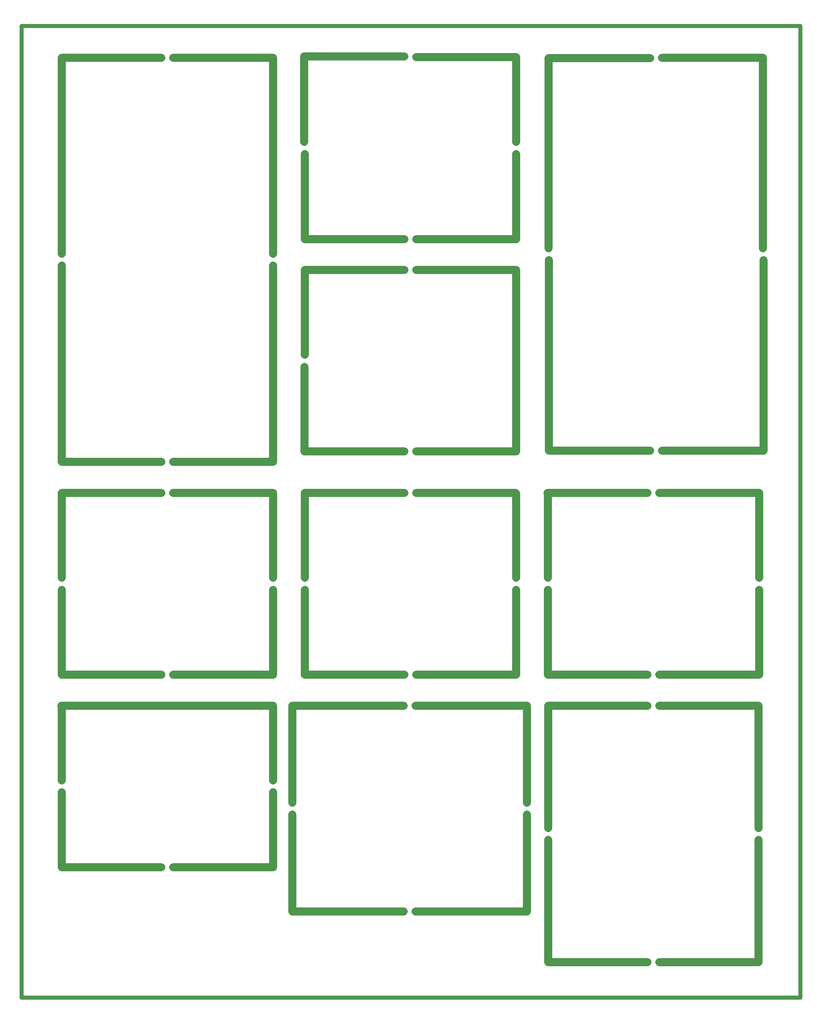
<source format=gko>
%FSLAX44Y44*%
%MOMM*%
G71*
G01*
G75*
G04 Layer_Color=16711935*
%ADD10O,0.6101X2.0320*%
%ADD11O,0.6096X2.0320*%
%ADD12O,0.3000X0.9901*%
%ADD13R,0.3000X0.9901*%
%ADD14C,0.3000*%
%ADD15C,0.5999*%
%ADD16R,0.5100X2.0201*%
%ADD17R,1.4501X1.2499*%
%ADD18R,1.2499X1.4501*%
%ADD19R,3.0000X2.8001*%
%ADD20C,1.5001*%
%ADD21C,0.5001*%
%ADD22C,0.3000*%
%ADD23C,0.5999*%
%ADD24C,0.3010*%
%ADD25C,0.4001*%
%ADD26C,0.3099*%
%ADD27C,0.1501*%
%ADD28C,1.0000*%
%ADD29C,0.3500*%
%ADD30C,0.1999*%
%ADD31C,0.7000*%
%ADD32C,1.0000*%
%ADD33O,1.5001X2.0000*%
%ADD34C,0.6000*%
%ADD35C,0.0201*%
%ADD36C,0.2540*%
%ADD37C,0.1270*%
%ADD38C,0.0000*%
%ADD39O,0.8133X2.2352*%
%ADD40O,0.8128X2.2352*%
%ADD41O,0.5032X1.1933*%
%ADD42R,0.5032X1.1933*%
%ADD43C,0.5032*%
%ADD44C,0.8032*%
%ADD45R,0.7099X2.2200*%
%ADD46R,1.6500X1.4498*%
%ADD47R,1.4501X1.6502*%
%ADD48R,3.1999X3.0000*%
%ADD49C,2.5001*%
%ADD50C,1.1999*%
%ADD51C,1.2032*%
%ADD52C,0.5499*%
%ADD53O,1.7033X2.2032*%
%ADD54O,1.7033X2.2032*%
%ADD55C,0.2001*%
%ADD56C,0.2032*%
%ADD57C,1.7272*%
%ADD58C,1.0000*%
%ADD59C,2.0000*%
G54D58*
X1079271Y10058351D02*
X1079271Y12492942D01*
X1079271Y10058351D02*
X3032531Y10058351D01*
X1079271Y12492942D02*
X3032531Y12492942D01*
X3032531Y10058351D02*
X3032531Y12492942D01*
G54D59*
X1179787Y12413866D02*
X1429791Y12413866D01*
X1179787Y11922688D02*
X1179787Y12413866D01*
X1179787Y11401488D02*
X1179787Y11892690D01*
X1180871Y11401488D02*
X1429791Y11401488D01*
X1459789Y11400741D02*
X1709793Y11400741D01*
X1709793Y11892690D01*
X1709793Y11922688D02*
X1709793Y12413866D01*
X1459789Y12413866D02*
X1709793Y12413866D01*
X1790101Y11882231D02*
X2039391Y11882231D01*
X1790101Y11669374D02*
X1790101Y11882231D01*
X1789101Y11427231D02*
X1789101Y11639376D01*
X1789101Y11427231D02*
X2039391Y11427231D01*
X2069389Y11427231D02*
X2320101Y11427231D01*
X2320101Y11882231D01*
X2069389Y11882231D02*
X2320101Y11882231D01*
X1788101Y12416731D02*
X2039391Y12416731D01*
X1788101Y12202775D02*
X1788101Y12416731D01*
X1789601Y11958732D02*
X1789601Y12172777D01*
X1789601Y11958732D02*
X2039391Y11958732D01*
X2069389Y11958732D02*
X2319601Y11958732D01*
X2319601Y12172777D01*
X2319601Y12202775D02*
X2319601Y12415731D01*
X2069389Y12415731D02*
X2319601Y12415731D01*
X2400951Y12412732D02*
X2655824Y12412732D01*
X2400951Y11936481D02*
X2400951Y12412732D01*
X2401601Y11428732D02*
X2401601Y11906458D01*
X2401601Y11428732D02*
X2655824Y11428732D01*
X2685822Y11428732D02*
X2940602Y11428732D01*
X2940602Y11906458D01*
X2938601Y11936481D02*
X2938601Y12413732D01*
X2685822Y12413732D02*
X2938601Y12413732D01*
X1179787Y10868088D02*
X1179787Y11080577D01*
X1179787Y10868088D02*
X1429791Y10868088D01*
X1459789Y10868088D02*
X1709793Y10868088D01*
X1709793Y11080577D01*
X1709793Y11110574D02*
X1709793Y11323063D01*
X1459789Y11323063D02*
X1709793Y11323063D01*
X1789387Y11323063D02*
X2039391Y11323063D01*
X1789387Y11110574D02*
X1789387Y11321621D01*
X2069389Y10868088D02*
X2319511Y10868088D01*
X2319393Y10868088D02*
X2319393Y11080577D01*
X2398621Y11323063D02*
X2648991Y11323063D01*
X2398987Y11110574D02*
X2398987Y11323063D01*
X1179787Y10385488D02*
X1179787Y10572755D01*
X1180351Y10385488D02*
X1429791Y10385488D01*
X1179787Y10602751D02*
X1179787Y10790018D01*
X1758653Y10274363D02*
X1758653Y10517028D01*
X1759441Y10274363D02*
X2037817Y10274363D01*
X2346978Y10547024D02*
X2346978Y10789663D01*
X2067814Y10789663D02*
X2345931Y10789663D01*
X1179787Y11110574D02*
X1179787Y11323063D01*
X1429791Y11323063D01*
X1789387Y10868088D02*
X2039391Y10868088D01*
X1789387Y10868088D02*
X1789387Y11080577D01*
X2069389Y11323063D02*
X2318160Y11323063D01*
X2319393Y11321830D01*
X2319393Y11110574D02*
X2319393Y11321830D01*
X2678989Y11323063D02*
X2928792Y11323063D01*
X2928994Y11322861D01*
X2928994Y11110574D02*
X2928994Y11322861D01*
X2678989Y10868088D02*
X2928994Y10868088D01*
X2928994Y11080577D01*
X2398987Y10868253D02*
X2398987Y11080577D01*
X2398987Y10868253D02*
X2399151Y10868088D01*
X2648991Y10868088D01*
X1709793Y10602751D02*
X1709793Y10790018D01*
X1179341Y10790018D02*
X1709793Y10790018D01*
X1709793Y10385488D02*
X1709793Y10572755D01*
X1459789Y10385488D02*
X1709793Y10385488D01*
X2346978Y10274363D02*
X2346978Y10517028D01*
X2067814Y10274363D02*
X2346978Y10274363D01*
X1758653Y10789663D02*
X2037817Y10789663D01*
X1758653Y10547024D02*
X1758653Y10789663D01*
X2400003Y10789663D02*
X2648991Y10789663D01*
X2400003Y10483524D02*
X2400003Y10789663D01*
X2928003Y10483524D02*
X2928003Y10789663D01*
X2678989Y10789663D02*
X2928003Y10789663D01*
X2678989Y10147363D02*
X2928003Y10147363D01*
X2928003Y10453527D01*
X2400003Y10147363D02*
X2648991Y10147363D01*
X2400003Y10147363D02*
X2400003Y10453527D01*
M02*

</source>
